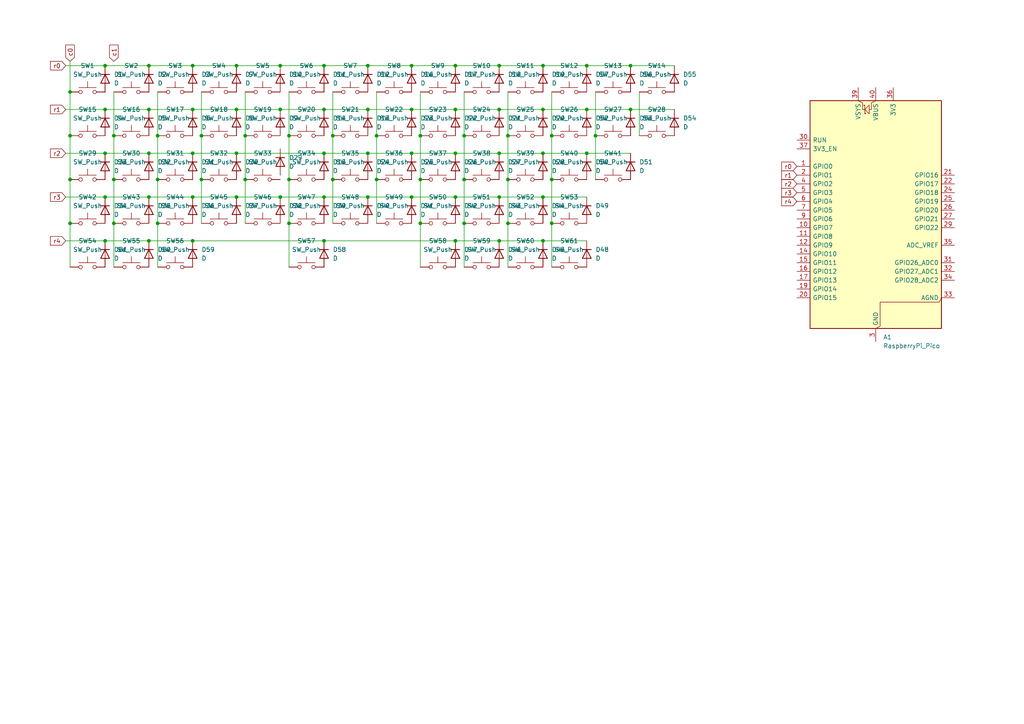
<source format=kicad_sch>
(kicad_sch (version 20250114) (generator "eeschema") (generator_version "9.0")
  (paper "A4")
  (lib_symbols
    (symbol "Device:D" (pin_numbers (hide yes)) (pin_names (offset 1.016) (hide yes))
      (property "Reference" "D" (at 0 2.54 0))
      (property "Value" "D" (at 0 -2.54 0))
      (symbol "D_0_1"
        (polyline (pts (xy -1.27 1.27) (xy -1.27 -1.27)) (stroke (width 0.254)))
        (polyline (pts (xy 1.27 1.27) (xy 1.27 -1.27) (xy -1.27 0) (xy 1.27 1.27)) (stroke (width 0.254)))
        (polyline (pts (xy 1.27 0) (xy -1.27 0)))
      )
      (symbol "D_1_1"
        (pin passive line (at -3.81 0 0) (length 2.54) (name "K") (number "1"))
        (pin passive line (at 3.81 0 180) (length 2.54) (name "A") (number "2"))
      )
    )
    (symbol "MCU_Module:RaspberryPi_Pico" (pin_names (offset 0.762))
      (property "Reference" "A" (at -19.05 35.56 0))
      (property "Value" "RaspberryPi_Pico" (at 7.62 35.56 0))
      (symbol "RaspberryPi_Pico_0_1"
        (rectangle (start -19.05 34.29) (end 19.05 -31.75) (stroke (width 0.254)) (fill (type background)))
        (polyline (pts (xy -5.08 34.29) (xy -3.81 33.655) (xy -3.81 31.75) (xy -3.175 31.75)))
        (polyline (pts (xy -3.429 32.766) (xy -3.429 33.02) (xy -3.175 33.02) (xy -3.175 30.48) (xy -2.921 30.48) (xy -2.921 30.734)))
        (polyline (pts (xy -3.175 31.75) (xy -1.905 33.02) (xy -1.905 30.48) (xy -3.175 31.75)))
        (polyline (pts (xy 0 34.29) (xy -1.27 33.655) (xy -1.27 31.75) (xy -1.905 31.75)))
        (polyline (pts (xy 0 -31.75) (xy 1.27 -31.115) (xy 1.27 -24.13) (xy 18.415 -24.13) (xy 19.05 -22.86)))
      )
      (symbol "RaspberryPi_Pico_1_1"
        (pin passive line (at -22.86 22.86 0) (length 3.81) (name "RUN") (number "30"))
        (pin passive line (at -22.86 20.32 0) (length 3.81) (name "3V3_EN") (number "37"))
        (pin bidirectional line (at -22.86 15.24 0) (length 3.81) (name "GPIO0") (number "1"))
        (pin bidirectional line (at -22.86 12.7 0) (length 3.81) (name "GPIO1") (number "2"))
        (pin bidirectional line (at -22.86 10.16 0) (length 3.81) (name "GPIO2") (number "4"))
        (pin bidirectional line (at -22.86 7.62 0) (length 3.81) (name "GPIO3") (number "5"))
        (pin bidirectional line (at -22.86 5.08 0) (length 3.81) (name "GPIO4") (number "6"))
        (pin bidirectional line (at -22.86 2.54 0) (length 3.81) (name "GPIO5") (number "7"))
        (pin bidirectional line (at -22.86 0 0) (length 3.81) (name "GPIO6") (number "9"))
        (pin bidirectional line (at -22.86 -2.54 0) (length 3.81) (name "GPIO7") (number "10"))
        (pin bidirectional line (at -22.86 -5.08 0) (length 3.81) (name "GPIO8") (number "11"))
        (pin bidirectional line (at -22.86 -7.62 0) (length 3.81) (name "GPIO9") (number "12"))
        (pin bidirectional line (at -22.86 -10.16 0) (length 3.81) (name "GPIO10") (number "14"))
        (pin bidirectional line (at -22.86 -12.7 0) (length 3.81) (name "GPIO11") (number "15"))
        (pin bidirectional line (at -22.86 -15.24 0) (length 3.81) (name "GPIO12") (number "16"))
        (pin bidirectional line (at -22.86 -17.78 0) (length 3.81) (name "GPIO13") (number "17"))
        (pin bidirectional line (at -22.86 -20.32 0) (length 3.81) (name "GPIO14") (number "19"))
        (pin bidirectional line (at -22.86 -22.86 0) (length 3.81) (name "GPIO15") (number "20"))
        (pin power_in line (at -5.08 38.1 270) (length 3.81) (name "VSYS") (number "39"))
        (pin power_out line (at 0 38.1 270) (length 3.81) (name "VBUS") (number "40"))
        (pin passive line (at 0 -35.56 90) (length 3.81) (hide yes) (name "GND") (number "13"))
        (pin passive line (at 0 -35.56 90) (length 3.81) (hide yes) (name "GND") (number "18"))
        (pin passive line (at 0 -35.56 90) (length 3.81) (hide yes) (name "GND") (number "23"))
        (pin passive line (at 0 -35.56 90) (length 3.81) (hide yes) (name "GND") (number "28"))
        (pin power_out line (at 0 -35.56 90) (length 3.81) (name "GND") (number "3"))
        (pin passive line (at 0 -35.56 90) (length 3.81) (hide yes) (name "GND") (number "38"))
        (pin passive line (at 0 -35.56 90) (length 3.81) (hide yes) (name "GND") (number "8"))
        (pin power_out line (at 5.08 38.1 270) (length 3.81) (name "3V3") (number "36"))
        (pin bidirectional line (at 22.86 12.7 180) (length 3.81) (name "GPIO16") (number "21"))
        (pin bidirectional line (at 22.86 10.16 180) (length 3.81) (name "GPIO17") (number "22"))
        (pin bidirectional line (at 22.86 7.62 180) (length 3.81) (name "GPIO18") (number "24"))
        (pin bidirectional line (at 22.86 5.08 180) (length 3.81) (name "GPIO19") (number "25"))
        (pin bidirectional line (at 22.86 2.54 180) (length 3.81) (name "GPIO20") (number "26"))
        (pin bidirectional line (at 22.86 0 180) (length 3.81) (name "GPIO21") (number "27"))
        (pin bidirectional line (at 22.86 -2.54 180) (length 3.81) (name "GPIO22") (number "29"))
        (pin power_in line (at 22.86 -7.62 180) (length 3.81) (name "ADC_VREF") (number "35"))
        (pin bidirectional line (at 22.86 -12.7 180) (length 3.81) (name "GPIO26_ADC0") (number "31"))
        (pin bidirectional line (at 22.86 -15.24 180) (length 3.81) (name "GPIO27_ADC1") (number "32"))
        (pin bidirectional line (at 22.86 -17.78 180) (length 3.81) (name "GPIO28_ADC2") (number "34"))
        (pin power_out line (at 22.86 -22.86 180) (length 3.81) (name "AGND") (number "33"))
      )
    )
    (symbol "Switch:SW_Push" (pin_numbers (hide yes)) (pin_names (offset 1.016) (hide yes))
      (property "Reference" "SW" (at 1.27 2.54 0))
      (property "Value" "SW_Push" (at 0 -1.524 0))
      (symbol "SW_Push_0_1"
        (circle (center -2.032 0) (radius 0.508))
        (polyline (pts (xy 0 1.27) (xy 0 3.048)))
        (circle (center 2.032 0) (radius 0.508))
        (polyline (pts (xy 2.54 1.27) (xy -2.54 1.27)))
        (pin passive line (at -5.08 0 0) (length 2.54) (name "1") (number "1"))
        (pin passive line (at 5.08 0 180) (length 2.54) (name "2") (number "2"))
      )
    )
  )
  (junction (at 55.88 69.85))
  (junction (at 157.48 19.05))
  (junction (at 157.48 31.75))
  (junction (at 121.92 39.37))
  (junction (at 43.18 31.75))
  (junction (at 55.88 19.05))
  (junction (at 81.28 19.05))
  (junction (at 160.02 52.07))
  (junction (at 43.18 44.45))
  (junction (at 147.32 52.07))
  (junction (at 33.02 52.07))
  (junction (at 106.68 57.15))
  (junction (at 58.42 39.37))
  (junction (at 43.18 19.05))
  (junction (at 81.28 31.75))
  (junction (at 160.02 39.37))
  (junction (at 83.82 64.77))
  (junction (at 157.48 57.15))
  (junction (at 170.18 31.75))
  (junction (at 106.68 31.75))
  (junction (at 106.68 44.45))
  (junction (at 93.98 44.45))
  (junction (at 55.88 31.75))
  (junction (at 170.18 19.05))
  (junction (at 93.98 57.15))
  (junction (at 132.08 44.45))
  (junction (at 119.38 57.15))
  (junction (at 96.52 52.07))
  (junction (at 20.32 52.07))
  (junction (at 71.12 39.37))
  (junction (at 144.78 44.45))
  (junction (at 147.32 64.77))
  (junction (at 160.02 64.77))
  (junction (at 33.02 39.37))
  (junction (at 121.92 52.07))
  (junction (at 157.48 69.85))
  (junction (at 96.52 39.37))
  (junction (at 170.18 44.45))
  (junction (at 132.08 31.75))
  (junction (at 172.72 39.37))
  (junction (at 132.08 19.05))
  (junction (at 121.92 64.77))
  (junction (at 157.48 44.45))
  (junction (at 182.88 31.75))
  (junction (at 119.38 31.75))
  (junction (at 30.48 57.15))
  (junction (at 106.68 19.05))
  (junction (at 30.48 31.75))
  (junction (at 109.22 39.37))
  (junction (at 93.98 19.05))
  (junction (at 144.78 31.75))
  (junction (at 119.38 19.05))
  (junction (at 43.18 69.85))
  (junction (at 147.32 39.37))
  (junction (at 132.08 69.85))
  (junction (at 134.62 39.37))
  (junction (at 68.58 44.45))
  (junction (at 45.72 64.77))
  (junction (at 58.42 52.07))
  (junction (at 68.58 57.15))
  (junction (at 93.98 69.85))
  (junction (at 33.02 64.77))
  (junction (at 43.18 57.15))
  (junction (at 68.58 19.05))
  (junction (at 68.58 31.75))
  (junction (at 55.88 44.45))
  (junction (at 30.48 69.85))
  (junction (at 83.82 39.37))
  (junction (at 93.98 31.75))
  (junction (at 144.78 69.85))
  (junction (at 45.72 39.37))
  (junction (at 109.22 52.07))
  (junction (at 132.08 57.15))
  (junction (at 55.88 57.15))
  (junction (at 45.72 52.07))
  (junction (at 81.28 57.15))
  (junction (at 30.48 44.45))
  (junction (at 144.78 19.05))
  (junction (at 83.82 52.07))
  (junction (at 71.12 52.07))
  (junction (at 20.32 39.37))
  (junction (at 20.32 26.67))
  (junction (at 20.32 64.77))
  (junction (at 144.78 57.15))
  (junction (at 134.62 52.07))
  (junction (at 30.48 19.05))
  (junction (at 134.62 64.77))
  (junction (at 119.38 44.45))
  (junction (at 182.88 19.05))
  (wire (pts (xy 93.98 69.85) (xy 132.08 69.85)))
  (wire (pts (xy 109.22 39.37) (xy 109.22 52.07)))
  (wire (pts (xy 81.28 57.15) (xy 93.98 57.15)))
  (wire (pts (xy 134.62 39.37) (xy 134.62 52.07)))
  (wire (pts (xy 182.88 19.05) (xy 195.58 19.05)))
  (wire (pts (xy 68.58 57.15) (xy 81.28 57.15)))
  (wire (pts (xy 30.48 57.15) (xy 43.18 57.15)))
  (wire (pts (xy 96.52 52.07) (xy 96.52 64.77)))
  (wire (pts (xy 106.68 44.45) (xy 119.38 44.45)))
  (wire (pts (xy 43.18 69.85) (xy 55.88 69.85)))
  (wire (pts (xy 55.88 44.45) (xy 68.58 44.45)))
  (wire (pts (xy 160.02 26.67) (xy 160.02 39.37)))
  (wire (pts (xy 106.68 57.15) (xy 119.38 57.15)))
  (wire (pts (xy 157.48 69.85) (xy 170.18 69.85)))
  (wire (pts (xy 83.82 39.37) (xy 83.82 52.07)))
  (wire (pts (xy 109.22 26.67) (xy 109.22 39.37)))
  (wire (pts (xy 30.48 44.45) (xy 43.18 44.45)))
  (wire (pts (xy 121.92 26.67) (xy 121.92 39.37)))
  (wire (pts (xy 157.48 19.05) (xy 170.18 19.05)))
  (wire (pts (xy 144.78 44.45) (xy 157.48 44.45)))
  (wire (pts (xy 71.12 39.37) (xy 71.12 52.07)))
  (wire (pts (xy 147.32 52.07) (xy 147.32 64.77)))
  (wire (pts (xy 119.38 44.45) (xy 132.08 44.45)))
  (wire (pts (xy 68.58 44.45) (xy 93.98 44.45)))
  (wire (pts (xy 185.42 26.67) (xy 185.42 39.37)))
  (wire (pts (xy 33.02 64.77) (xy 33.02 77.47)))
  (wire (pts (xy 55.88 57.15) (xy 68.58 57.15)))
  (wire (pts (xy 132.08 19.05) (xy 144.78 19.05)))
  (wire (pts (xy 55.88 69.85) (xy 93.98 69.85)))
  (wire (pts (xy 71.12 26.67) (xy 71.12 39.37)))
  (wire (pts (xy 43.18 57.15) (xy 55.88 57.15)))
  (wire (pts (xy 33.02 52.07) (xy 33.02 64.77)))
  (wire (pts (xy 160.02 39.37) (xy 160.02 52.07)))
  (wire (pts (xy 93.98 57.15) (xy 106.68 57.15)))
  (wire (pts (xy 170.18 19.05) (xy 182.88 19.05)))
  (wire (pts (xy 68.58 19.05) (xy 81.28 19.05)))
  (wire (pts (xy 172.72 26.67) (xy 172.72 39.37)))
  (wire (pts (xy 83.82 52.07) (xy 83.82 64.77)))
  (wire (pts (xy 147.32 26.67) (xy 147.32 39.37)))
  (wire (pts (xy 43.18 31.75) (xy 55.88 31.75)))
  (wire (pts (xy 45.72 52.07) (xy 45.72 64.77)))
  (wire (pts (xy 96.52 39.37) (xy 96.52 52.07)))
  (wire (pts (xy 134.62 26.67) (xy 134.62 39.37)))
  (wire (pts (xy 19.05 19.05) (xy 30.48 19.05)))
  (wire (pts (xy 147.32 64.77) (xy 147.32 77.47)))
  (wire (pts (xy 182.88 31.75) (xy 195.58 31.75)))
  (wire (pts (xy 134.62 52.07) (xy 134.62 64.77)))
  (wire (pts (xy 106.68 19.05) (xy 119.38 19.05)))
  (wire (pts (xy 170.18 44.45) (xy 182.88 44.45)))
  (wire (pts (xy 58.42 52.07) (xy 58.42 64.77)))
  (wire (pts (xy 33.02 26.67) (xy 33.02 39.37)))
  (wire (pts (xy 96.52 26.67) (xy 96.52 39.37)))
  (wire (pts (xy 45.72 39.37) (xy 45.72 52.07)))
  (wire (pts (xy 93.98 44.45) (xy 106.68 44.45)))
  (wire (pts (xy 93.98 31.75) (xy 106.68 31.75)))
  (wire (pts (xy 93.98 19.05) (xy 106.68 19.05)))
  (wire (pts (xy 45.72 64.77) (xy 45.72 77.47)))
  (wire (pts (xy 83.82 64.77) (xy 83.82 77.47)))
  (wire (pts (xy 20.32 39.37) (xy 20.32 52.07)))
  (wire (pts (xy 19.05 57.15) (xy 30.48 57.15)))
  (wire (pts (xy 144.78 57.15) (xy 157.48 57.15)))
  (wire (pts (xy 119.38 31.75) (xy 132.08 31.75)))
  (wire (pts (xy 58.42 39.37) (xy 58.42 52.07)))
  (wire (pts (xy 157.48 31.75) (xy 170.18 31.75)))
  (wire (pts (xy 109.22 52.07) (xy 109.22 64.77)))
  (wire (pts (xy 81.28 19.05) (xy 93.98 19.05)))
  (wire (pts (xy 20.32 26.67) (xy 20.32 39.37)))
  (wire (pts (xy 157.48 57.15) (xy 170.18 57.15)))
  (wire (pts (xy 119.38 57.15) (xy 132.08 57.15)))
  (wire (pts (xy 147.32 39.37) (xy 147.32 52.07)))
  (wire (pts (xy 121.92 52.07) (xy 121.92 64.77)))
  (wire (pts (xy 119.38 19.05) (xy 132.08 19.05)))
  (wire (pts (xy 30.48 31.75) (xy 43.18 31.75)))
  (wire (pts (xy 144.78 31.75) (xy 157.48 31.75)))
  (wire (pts (xy 58.42 26.67) (xy 58.42 39.37)))
  (wire (pts (xy 30.48 69.85) (xy 43.18 69.85)))
  (wire (pts (xy 19.05 69.85) (xy 30.48 69.85)))
  (wire (pts (xy 55.88 19.05) (xy 68.58 19.05)))
  (wire (pts (xy 160.02 52.07) (xy 160.02 64.77)))
  (wire (pts (xy 121.92 64.77) (xy 121.92 77.47)))
  (wire (pts (xy 157.48 44.45) (xy 170.18 44.45)))
  (wire (pts (xy 121.92 39.37) (xy 121.92 52.07)))
  (wire (pts (xy 33.02 39.37) (xy 33.02 52.07)))
  (wire (pts (xy 172.72 39.37) (xy 172.72 52.07)))
  (wire (pts (xy 132.08 31.75) (xy 144.78 31.75)))
  (wire (pts (xy 71.12 52.07) (xy 71.12 64.77)))
  (wire (pts (xy 106.68 31.75) (xy 119.38 31.75)))
  (wire (pts (xy 20.32 64.77) (xy 20.32 77.47)))
  (wire (pts (xy 45.72 26.67) (xy 45.72 39.37)))
  (wire (pts (xy 83.82 26.67) (xy 83.82 39.37)))
  (wire (pts (xy 55.88 31.75) (xy 68.58 31.75)))
  (wire (pts (xy 19.05 44.45) (xy 30.48 44.45)))
  (wire (pts (xy 43.18 19.05) (xy 55.88 19.05)))
  (wire (pts (xy 132.08 57.15) (xy 144.78 57.15)))
  (wire (pts (xy 20.32 52.07) (xy 20.32 64.77)))
  (wire (pts (xy 43.18 44.45) (xy 55.88 44.45)))
  (wire (pts (xy 170.18 31.75) (xy 182.88 31.75)))
  (wire (pts (xy 160.02 64.77) (xy 160.02 77.47)))
  (wire (pts (xy 30.48 19.05) (xy 43.18 19.05)))
  (wire (pts (xy 144.78 69.85) (xy 157.48 69.85)))
  (wire (pts (xy 81.28 31.75) (xy 93.98 31.75)))
  (wire (pts (xy 20.32 17.78) (xy 20.32 26.67)))
  (wire (pts (xy 132.08 69.85) (xy 144.78 69.85)))
  (wire (pts (xy 144.78 19.05) (xy 157.48 19.05)))
  (wire (pts (xy 19.05 31.75) (xy 30.48 31.75)))
  (wire (pts (xy 68.58 31.75) (xy 81.28 31.75)))
  (wire (pts (xy 134.62 64.77) (xy 134.62 77.47)))
  (wire (pts (xy 132.08 44.45) (xy 144.78 44.45)))
  (global_label "r1" (shape input) (at 231.14 50.8 180) (property "Intersheetrefs" "${INTERSHEET_REFS}" (effects (hide yes))))
  (global_label "r2" (shape input) (at 231.14 53.34 180) (property "Intersheetrefs" "${INTERSHEET_REFS}" (effects (hide yes))))
  (global_label "c1" (shape input) (at 33.02 17.78 90) (property "Intersheetrefs" "${INTERSHEET_REFS}" (effects (hide yes))))
  (global_label "r4" (shape input) (at 231.14 58.42 180) (property "Intersheetrefs" "${INTERSHEET_REFS}" (effects (hide yes))))
  (global_label "r2" (shape input) (at 19.05 44.45 180) (property "Intersheetrefs" "${INTERSHEET_REFS}" (effects (hide yes))))
  (global_label "r1" (shape input) (at 19.05 31.75 180) (property "Intersheetrefs" "${INTERSHEET_REFS}" (effects (hide yes))))
  (global_label "r3" (shape input) (at 231.14 55.88 180) (property "Intersheetrefs" "${INTERSHEET_REFS}" (effects (hide yes))))
  (global_label "r3" (shape input) (at 19.05 57.15 180) (property "Intersheetrefs" "${INTERSHEET_REFS}" (effects (hide yes))))
  (global_label "r0" (shape input) (at 231.14 48.26 180) (property "Intersheetrefs" "${INTERSHEET_REFS}" (effects (hide yes))))
  (global_label "r4" (shape input) (at 19.05 69.85 180) (property "Intersheetrefs" "${INTERSHEET_REFS}" (effects (hide yes))))
  (global_label "c0" (shape input) (at 20.32 17.78 90) (property "Intersheetrefs" "${INTERSHEET_REFS}" (effects (hide yes))))
  (global_label "r0" (shape input) (at 19.05 19.05 180) (property "Intersheetrefs" "${INTERSHEET_REFS}" (effects (hide yes))))
  (symbol (lib_id "Device:D") (at 43.18 35.56 270) (unit 1)
    (property "Reference" "D5" (at 45.72 34.2899 90) (effects (justify left)))
    (property "Value" "D" (at 45.72 36.8299 90) (effects (justify left)))
    (property "Description" "Diode" (effects (hide yes)))
    (property "Sim.Device" "D" (effects (hide yes)))
    (property "Sim.Pins" "1=K 2=A" (effects (hide yes)))
  )
  (symbol (lib_id "Switch:SW_Push") (at 88.9 39.37 0) (unit 1)
    (property "Reference" "SW20" (at 88.9 31.75 0))
    (property "Value" "SW_Push" (at 88.9 34.29 0))
    (property "Description" "Push button switch, generic, two pins" (effects (hide yes)))
  )
  (symbol (lib_id "Switch:SW_Push") (at 38.1 26.67 0) (unit 1)
    (property "Reference" "SW2" (at 38.1 19.05 0))
    (property "Value" "SW_Push" (at 38.1 21.59 0))
    (property "Description" "Push button switch, generic, two pins" (effects (hide yes)))
  )
  (symbol (lib_id "Device:D") (at 55.88 35.56 270) (unit 1)
    (property "Reference" "D6" (at 58.42 34.2899 90) (effects (justify left)))
    (property "Value" "D" (at 58.42 36.8299 90) (effects (justify left)))
    (property "Description" "Diode" (effects (hide yes)))
    (property "Sim.Device" "D" (effects (hide yes)))
    (property "Sim.Pins" "1=K 2=A" (effects (hide yes)))
  )
  (symbol (lib_id "Device:D") (at 68.58 22.86 270) (unit 1)
    (property "Reference" "D7" (at 71.12 21.5899 90) (effects (justify left)))
    (property "Value" "D" (at 71.12 24.1299 90) (effects (justify left)))
    (property "Description" "Diode" (effects (hide yes)))
    (property "Sim.Device" "D" (effects (hide yes)))
    (property "Sim.Pins" "1=K 2=A" (effects (hide yes)))
  )
  (symbol (lib_id "Switch:SW_Push") (at 101.6 64.77 0) (unit 1)
    (property "Reference" "SW48" (at 101.6 57.15 0))
    (property "Value" "SW_Push" (at 101.6 59.69 0))
    (property "Description" "Push button switch, generic, two pins" (effects (hide yes)))
  )
  (symbol (lib_id "Switch:SW_Push") (at 101.6 26.67 0) (unit 1)
    (property "Reference" "SW7" (at 101.6 19.05 0))
    (property "Value" "SW_Push" (at 101.6 21.59 0))
    (property "Description" "Push button switch, generic, two pins" (effects (hide yes)))
  )
  (symbol (lib_id "MCU_Module:RaspberryPi_Pico") (at 254 63.5 0) (unit 1)
    (property "Reference" "A1" (at 256.1433 97.79 0) (effects (justify left)))
    (property "Value" "RaspberryPi_Pico" (at 256.1433 100.33 0) (effects (justify left)))
    (property "Footprint" "Module:RaspberryPi_Pico_Common_Unspecified" (effects (hide yes)))
    (property "Datasheet" "https://datasheets.raspberrypi.com/pico/pico-datasheet.pdf" (effects (hide yes)))
    (property "Description" "Versatile and inexpensive microcontroller module powered by RP2040 dual-core Arm Cortex-M0+ processor up to 133 MHz, 264kB SRAM, 2MB QSPI flash; also supports Raspberry Pi Pico 2" (effects (hide yes)))
  )
  (symbol (lib_id "Switch:SW_Push") (at 152.4 64.77 0) (unit 1)
    (property "Reference" "SW52" (at 152.4 57.15 0))
    (property "Value" "SW_Push" (at 152.4 59.69 0))
    (property "Description" "Push button switch, generic, two pins" (effects (hide yes)))
  )
  (symbol (lib_id "Device:D") (at 43.18 22.86 270) (unit 1)
    (property "Reference" "D2" (at 45.72 21.5899 90) (effects (justify left)))
    (property "Value" "D" (at 45.72 24.1299 90) (effects (justify left)))
    (property "Description" "Diode" (effects (hide yes)))
    (property "Sim.Device" "D" (effects (hide yes)))
    (property "Sim.Pins" "1=K 2=A" (effects (hide yes)))
  )
  (symbol (lib_id "Switch:SW_Push") (at 88.9 64.77 0) (unit 1)
    (property "Reference" "SW47" (at 88.9 57.15 0))
    (property "Value" "SW_Push" (at 88.9 59.69 0))
    (property "Description" "Push button switch, generic, two pins" (effects (hide yes)))
  )
  (symbol (lib_id "Device:D") (at 93.98 60.96 270) (unit 1)
    (property "Reference" "D39" (at 96.52 59.6899 90) (effects (justify left)))
    (property "Value" "D" (at 96.52 62.2299 90) (effects (justify left)))
    (property "Description" "Diode" (effects (hide yes)))
    (property "Sim.Device" "D" (effects (hide yes)))
    (property "Sim.Pins" "1=K 2=A" (effects (hide yes)))
  )
  (symbol (lib_id "Switch:SW_Push") (at 50.8 64.77 0) (unit 1)
    (property "Reference" "SW44" (at 50.8 57.15 0))
    (property "Value" "SW_Push" (at 50.8 59.69 0))
    (property "Description" "Push button switch, generic, two pins" (effects (hide yes)))
  )
  (symbol (lib_id "Device:D") (at 93.98 22.86 270) (unit 1)
    (property "Reference" "D11" (at 96.52 21.5899 90) (effects (justify left)))
    (property "Value" "D" (at 96.52 24.1299 90) (effects (justify left)))
    (property "Description" "Diode" (effects (hide yes)))
    (property "Sim.Device" "D" (effects (hide yes)))
    (property "Sim.Pins" "1=K 2=A" (effects (hide yes)))
  )
  (symbol (lib_id "Device:D") (at 30.48 60.96 270) (unit 1)
    (property "Reference" "D34" (at 33.02 59.6899 90) (effects (justify left)))
    (property "Value" "D" (at 33.02 62.2299 90) (effects (justify left)))
    (property "Description" "Diode" (effects (hide yes)))
    (property "Sim.Device" "D" (effects (hide yes)))
    (property "Sim.Pins" "1=K 2=A" (effects (hide yes)))
  )
  (symbol (lib_id "Device:D") (at 43.18 73.66 270) (unit 1)
    (property "Reference" "D60" (at 45.72 72.3899 90) (effects (justify left)))
    (property "Value" "D" (at 45.72 74.9299 90) (effects (justify left)))
    (property "Description" "Diode" (effects (hide yes)))
    (property "Sim.Device" "D" (effects (hide yes)))
    (property "Sim.Pins" "1=K 2=A" (effects (hide yes)))
  )
  (symbol (lib_id "Switch:SW_Push") (at 165.1 64.77 0) (unit 1)
    (property "Reference" "SW53" (at 165.1 57.15 0))
    (property "Value" "SW_Push" (at 165.1 59.69 0))
    (property "Description" "Push button switch, generic, two pins" (effects (hide yes)))
  )
  (symbol (lib_id "Switch:SW_Push") (at 25.4 77.47 0) (unit 1)
    (property "Reference" "SW54" (at 25.4 69.85 0))
    (property "Value" "SW_Push" (at 25.4 72.39 0))
    (property "Description" "Push button switch, generic, two pins" (effects (hide yes)))
  )
  (symbol (lib_id "Device:D") (at 144.78 60.96 270) (unit 1)
    (property "Reference" "D43" (at 147.32 59.6899 90) (effects (justify left)))
    (property "Value" "D" (at 147.32 62.2299 90) (effects (justify left)))
    (property "Description" "Diode" (effects (hide yes)))
    (property "Sim.Device" "D" (effects (hide yes)))
    (property "Sim.Pins" "1=K 2=A" (effects (hide yes)))
  )
  (symbol (lib_id "Switch:SW_Push") (at 152.4 39.37 0) (unit 1)
    (property "Reference" "SW25" (at 152.4 31.75 0))
    (property "Value" "SW_Push" (at 152.4 34.29 0))
    (property "Description" "Push button switch, generic, two pins" (effects (hide yes)))
  )
  (symbol (lib_id "Device:D") (at 55.88 73.66 270) (unit 1)
    (property "Reference" "D59" (at 58.42 72.3899 90) (effects (justify left)))
    (property "Value" "D" (at 58.42 74.9299 90) (effects (justify left)))
    (property "Description" "Diode" (effects (hide yes)))
    (property "Sim.Device" "D" (effects (hide yes)))
    (property "Sim.Pins" "1=K 2=A" (effects (hide yes)))
  )
  (symbol (lib_id "Device:D") (at 144.78 35.56 270) (unit 1)
    (property "Reference" "D21" (at 147.32 34.2899 90) (effects (justify left)))
    (property "Value" "D" (at 147.32 36.8299 90) (effects (justify left)))
    (property "Description" "Diode" (effects (hide yes)))
    (property "Sim.Device" "D" (effects (hide yes)))
    (property "Sim.Pins" "1=K 2=A" (effects (hide yes)))
  )
  (symbol (lib_id "Switch:SW_Push") (at 114.3 39.37 0) (unit 1)
    (property "Reference" "SW22" (at 114.3 31.75 0))
    (property "Value" "SW_Push" (at 114.3 34.29 0))
    (property "Description" "Push button switch, generic, two pins" (effects (hide yes)))
  )
  (symbol (lib_id "Switch:SW_Push") (at 88.9 77.47 0) (unit 1)
    (property "Reference" "SW57" (at 88.9 69.85 0))
    (property "Value" "SW_Push" (at 88.9 72.39 0))
    (property "Description" "Push button switch, generic, two pins" (effects (hide yes)))
  )
  (symbol (lib_id "Switch:SW_Push") (at 177.8 39.37 0) (unit 1)
    (property "Reference" "SW27" (at 177.8 31.75 0))
    (property "Value" "SW_Push" (at 177.8 34.29 0))
    (property "Description" "Push button switch, generic, two pins" (effects (hide yes)))
  )
  (symbol (lib_id "Switch:SW_Push") (at 50.8 39.37 0) (unit 1)
    (property "Reference" "SW17" (at 50.8 31.75 0))
    (property "Value" "SW_Push" (at 50.8 34.29 0))
    (property "Description" "Push button switch, generic, two pins" (effects (hide yes)))
  )
  (symbol (lib_id "Device:D") (at 144.78 48.26 270) (unit 1)
    (property "Reference" "D27" (at 147.32 46.9899 90) (effects (justify left)))
    (property "Value" "D" (at 147.32 49.5299 90) (effects (justify left)))
    (property "Description" "Diode" (effects (hide yes)))
    (property "Sim.Device" "D" (effects (hide yes)))
    (property "Sim.Pins" "1=K 2=A" (effects (hide yes)))
  )
  (symbol (lib_id "Device:D") (at 119.38 60.96 270) (unit 1)
    (property "Reference" "D41" (at 121.92 59.6899 90) (effects (justify left)))
    (property "Value" "D" (at 121.92 62.2299 90) (effects (justify left)))
    (property "Description" "Diode" (effects (hide yes)))
    (property "Sim.Device" "D" (effects (hide yes)))
    (property "Sim.Pins" "1=K 2=A" (effects (hide yes)))
  )
  (symbol (lib_id "Device:D") (at 106.68 60.96 270) (unit 1)
    (property "Reference" "D40" (at 109.22 59.6899 90) (effects (justify left)))
    (property "Value" "D" (at 109.22 62.2299 90) (effects (justify left)))
    (property "Description" "Diode" (effects (hide yes)))
    (property "Sim.Device" "D" (effects (hide yes)))
    (property "Sim.Pins" "1=K 2=A" (effects (hide yes)))
  )
  (symbol (lib_id "Switch:SW_Push") (at 88.9 26.67 0) (unit 1)
    (property "Reference" "SW6" (at 88.9 19.05 0))
    (property "Value" "SW_Push" (at 88.9 21.59 0))
    (property "Description" "Push button switch, generic, two pins" (effects (hide yes)))
  )
  (symbol (lib_id "Device:D") (at 81.28 60.96 270) (unit 1)
    (property "Reference" "D38" (at 83.82 59.6899 90) (effects (justify left)))
    (property "Value" "D" (at 83.82 62.2299 90) (effects (justify left)))
    (property "Description" "Diode" (effects (hide yes)))
    (property "Sim.Device" "D" (effects (hide yes)))
    (property "Sim.Pins" "1=K 2=A" (effects (hide yes)))
  )
  (symbol (lib_id "Device:D") (at 81.28 46.99 270) (unit 1)
    (property "Reference" "D29" (at 83.82 45.7199 90) (effects (justify left)))
    (property "Value" "D" (at 83.82 48.2599 90) (effects (justify left)))
    (property "Description" "Diode" (effects (hide yes)))
    (property "Sim.Device" "D" (effects (hide yes)))
    (property "Sim.Pins" "1=K 2=A" (effects (hide yes)))
  )
  (symbol (lib_id "Switch:SW_Push") (at 38.1 52.07 0) (unit 1)
    (property "Reference" "SW30" (at 38.1 44.45 0))
    (property "Value" "SW_Push" (at 38.1 46.99 0))
    (property "Description" "Push button switch, generic, two pins" (effects (hide yes)))
  )
  (symbol (lib_id "Device:D") (at 30.48 73.66 270) (unit 1)
    (property "Reference" "D61" (at 33.02 72.3899 90) (effects (justify left)))
    (property "Value" "D" (at 33.02 74.9299 90) (effects (justify left)))
    (property "Description" "Diode" (effects (hide yes)))
    (property "Sim.Device" "D" (effects (hide yes)))
    (property "Sim.Pins" "1=K 2=A" (effects (hide yes)))
  )
  (symbol (lib_id "Device:D") (at 182.88 48.26 270) (unit 1)
    (property "Reference" "D51" (at 185.42 46.9899 90) (effects (justify left)))
    (property "Value" "D" (at 185.42 49.5299 90) (effects (justify left)))
    (property "Description" "Diode" (effects (hide yes)))
    (property "Sim.Device" "D" (effects (hide yes)))
    (property "Sim.Pins" "1=K 2=A" (effects (hide yes)))
  )
  (symbol (lib_id "Device:D") (at 144.78 73.66 270) (unit 1)
    (property "Reference" "D46" (at 147.32 72.3899 90) (effects (justify left)))
    (property "Value" "D" (at 147.32 74.9299 90) (effects (justify left)))
    (property "Description" "Diode" (effects (hide yes)))
    (property "Sim.Device" "D" (effects (hide yes)))
    (property "Sim.Pins" "1=K 2=A" (effects (hide yes)))
  )
  (symbol (lib_id "Device:D") (at 119.38 35.56 270) (unit 1)
    (property "Reference" "D23" (at 121.92 34.2899 90) (effects (justify left)))
    (property "Value" "D" (at 121.92 36.8299 90) (effects (justify left)))
    (property "Description" "Diode" (effects (hide yes)))
    (property "Sim.Device" "D" (effects (hide yes)))
    (property "Sim.Pins" "1=K 2=A" (effects (hide yes)))
  )
  (symbol (lib_id "Switch:SW_Push") (at 139.7 26.67 0) (unit 1)
    (property "Reference" "SW10" (at 139.7 19.05 0))
    (property "Value" "SW_Push" (at 139.7 21.59 0))
    (property "Description" "Push button switch, generic, two pins" (effects (hide yes)))
  )
  (symbol (lib_id "Switch:SW_Push") (at 127 52.07 0) (unit 1)
    (property "Reference" "SW37" (at 127 44.45 0))
    (property "Value" "SW_Push" (at 127 46.99 0))
    (property "Description" "Push button switch, generic, two pins" (effects (hide yes)))
  )
  (symbol (lib_id "Device:D") (at 119.38 48.26 270) (unit 1)
    (property "Reference" "D25" (at 121.92 46.9899 90) (effects (justify left)))
    (property "Value" "D" (at 121.92 49.5299 90) (effects (justify left)))
    (property "Description" "Diode" (effects (hide yes)))
    (property "Sim.Device" "D" (effects (hide yes)))
    (property "Sim.Pins" "1=K 2=A" (effects (hide yes)))
  )
  (symbol (lib_id "Device:D") (at 30.48 35.56 270) (unit 1)
    (property "Reference" "D4" (at 33.02 34.2899 90) (effects (justify left)))
    (property "Value" "D" (at 33.02 36.8299 90) (effects (justify left)))
    (property "Description" "Diode" (effects (hide yes)))
    (property "Sim.Device" "D" (effects (hide yes)))
    (property "Sim.Pins" "1=K 2=A" (effects (hide yes)))
  )
  (symbol (lib_id "Switch:SW_Push") (at 139.7 64.77 0) (unit 1)
    (property "Reference" "SW51" (at 139.7 57.15 0))
    (property "Value" "SW_Push" (at 139.7 59.69 0))
    (property "Description" "Push button switch, generic, two pins" (effects (hide yes)))
  )
  (symbol (lib_id "Device:D") (at 170.18 22.86 270) (unit 1)
    (property "Reference" "D57" (at 172.72 21.5899 90) (effects (justify left)))
    (property "Value" "D" (at 172.72 24.1299 90) (effects (justify left)))
    (property "Description" "Diode" (effects (hide yes)))
    (property "Sim.Device" "D" (effects (hide yes)))
    (property "Sim.Pins" "1=K 2=A" (effects (hide yes)))
  )
  (symbol (lib_id "Switch:SW_Push") (at 152.4 26.67 0) (unit 1)
    (property "Reference" "SW11" (at 152.4 19.05 0))
    (property "Value" "SW_Push" (at 152.4 21.59 0))
    (property "Description" "Push button switch, generic, two pins" (effects (hide yes)))
  )
  (symbol (lib_id "Switch:SW_Push") (at 127 64.77 0) (unit 1)
    (property "Reference" "SW50" (at 127 57.15 0))
    (property "Value" "SW_Push" (at 127 59.69 0))
    (property "Description" "Push button switch, generic, two pins" (effects (hide yes)))
  )
  (symbol (lib_id "Device:D") (at 106.68 22.86 270) (unit 1)
    (property "Reference" "D12" (at 109.22 21.5899 90) (effects (justify left)))
    (property "Value" "D" (at 109.22 24.1299 90) (effects (justify left)))
    (property "Description" "Diode" (effects (hide yes)))
    (property "Sim.Device" "D" (effects (hide yes)))
    (property "Sim.Pins" "1=K 2=A" (effects (hide yes)))
  )
  (symbol (lib_id "Device:D") (at 157.48 60.96 270) (unit 1)
    (property "Reference" "D44" (at 160.02 59.6899 90) (effects (justify left)))
    (property "Value" "D" (at 160.02 62.2299 90) (effects (justify left)))
    (property "Description" "Diode" (effects (hide yes)))
    (property "Sim.Device" "D" (effects (hide yes)))
    (property "Sim.Pins" "1=K 2=A" (effects (hide yes)))
  )
  (symbol (lib_id "Switch:SW_Push") (at 25.4 26.67 0) (unit 1)
    (property "Reference" "SW1" (at 25.4 19.05 0))
    (property "Value" "SW_Push" (at 25.4 21.59 0))
    (property "Description" "Push button switch, generic, two pins" (effects (hide yes)))
  )
  (symbol (lib_id "Switch:SW_Push") (at 63.5 26.67 0) (unit 1)
    (property "Reference" "SW4" (at 63.5 19.05 0))
    (property "Value" "SW_Push" (at 63.5 21.59 0))
    (property "Description" "Push button switch, generic, two pins" (effects (hide yes)))
  )
  (symbol (lib_id "Device:D") (at 170.18 48.26 270) (unit 1)
    (property "Reference" "D50" (at 172.72 46.9899 90) (effects (justify left)))
    (property "Value" "D" (at 172.72 49.5299 90) (effects (justify left)))
    (property "Description" "Diode" (effects (hide yes)))
    (property "Sim.Device" "D" (effects (hide yes)))
    (property "Sim.Pins" "1=K 2=A" (effects (hide yes)))
  )
  (symbol (lib_id "Switch:SW_Push") (at 101.6 52.07 0) (unit 1)
    (property "Reference" "SW35" (at 101.6 44.45 0))
    (property "Value" "SW_Push" (at 101.6 46.99 0))
    (property "Description" "Push button switch, generic, two pins" (effects (hide yes)))
  )
  (symbol (lib_id "Device:D") (at 157.48 73.66 270) (unit 1)
    (property "Reference" "D45" (at 160.02 72.3899 90) (effects (justify left)))
    (property "Value" "D" (at 160.02 74.9299 90) (effects (justify left)))
    (property "Description" "Diode" (effects (hide yes)))
    (property "Sim.Device" "D" (effects (hide yes)))
    (property "Sim.Pins" "1=K 2=A" (effects (hide yes)))
  )
  (symbol (lib_id "Device:D") (at 170.18 73.66 270) (unit 1)
    (property "Reference" "D48" (at 172.72 72.3899 90) (effects (justify left)))
    (property "Value" "D" (at 172.72 74.9299 90) (effects (justify left)))
    (property "Description" "Diode" (effects (hide yes)))
    (property "Sim.Device" "D" (effects (hide yes)))
    (property "Sim.Pins" "1=K 2=A" (effects (hide yes)))
  )
  (symbol (lib_id "Switch:SW_Push") (at 50.8 26.67 0) (unit 1)
    (property "Reference" "SW3" (at 50.8 19.05 0))
    (property "Value" "SW_Push" (at 50.8 21.59 0))
    (property "Description" "Push button switch, generic, two pins" (effects (hide yes)))
  )
  (symbol (lib_id "Switch:SW_Push") (at 38.1 39.37 0) (unit 1)
    (property "Reference" "SW16" (at 38.1 31.75 0))
    (property "Value" "SW_Push" (at 38.1 34.29 0))
    (property "Description" "Push button switch, generic, two pins" (effects (hide yes)))
  )
  (symbol (lib_id "Switch:SW_Push") (at 63.5 64.77 0) (unit 1)
    (property "Reference" "SW45" (at 63.5 57.15 0))
    (property "Value" "SW_Push" (at 63.5 59.69 0))
    (property "Description" "Push button switch, generic, two pins" (effects (hide yes)))
  )
  (symbol (lib_id "Switch:SW_Push") (at 38.1 64.77 0) (unit 1)
    (property "Reference" "SW43" (at 38.1 57.15 0))
    (property "Value" "SW_Push" (at 38.1 59.69 0))
    (property "Description" "Push button switch, generic, two pins" (effects (hide yes)))
  )
  (symbol (lib_id "Device:D") (at 55.88 60.96 270) (unit 1)
    (property "Reference" "D36" (at 58.42 59.6899 90) (effects (justify left)))
    (property "Value" "D" (at 58.42 62.2299 90) (effects (justify left)))
    (property "Description" "Diode" (effects (hide yes)))
    (property "Sim.Device" "D" (effects (hide yes)))
    (property "Sim.Pins" "1=K 2=A" (effects (hide yes)))
  )
  (symbol (lib_id "Device:D") (at 55.88 22.86 270) (unit 1)
    (property "Reference" "D3" (at 58.42 21.5899 90) (effects (justify left)))
    (property "Value" "D" (at 58.42 24.1299 90) (effects (justify left)))
    (property "Description" "Diode" (effects (hide yes)))
    (property "Sim.Device" "D" (effects (hide yes)))
    (property "Sim.Pins" "1=K 2=A" (effects (hide yes)))
  )
  (symbol (lib_id "Switch:SW_Push") (at 38.1 77.47 0) (unit 1)
    (property "Reference" "SW55" (at 38.1 69.85 0))
    (property "Value" "SW_Push" (at 38.1 72.39 0))
    (property "Description" "Push button switch, generic, two pins" (effects (hide yes)))
  )
  (symbol (lib_id "Device:D") (at 182.88 35.56 270) (unit 1)
    (property "Reference" "D53" (at 185.42 34.2899 90) (effects (justify left)))
    (property "Value" "D" (at 185.42 36.8299 90) (effects (justify left)))
    (property "Description" "Diode" (effects (hide yes)))
    (property "Sim.Device" "D" (effects (hide yes)))
    (property "Sim.Pins" "1=K 2=A" (effects (hide yes)))
  )
  (symbol (lib_id "Device:D") (at 132.08 22.86 270) (unit 1)
    (property "Reference" "D17" (at 134.62 21.5899 90) (effects (justify left)))
    (property "Value" "D" (at 134.62 24.1299 90) (effects (justify left)))
    (property "Description" "Diode" (effects (hide yes)))
    (property "Sim.Device" "D" (effects (hide yes)))
    (property "Sim.Pins" "1=K 2=A" (effects (hide yes)))
  )
  (symbol (lib_id "Switch:SW_Push") (at 76.2 52.07 0) (unit 1)
    (property "Reference" "SW33" (at 76.2 44.45 0))
    (property "Value" "SW_Push" (at 76.2 46.99 0))
    (property "Description" "Push button switch, generic, two pins" (effects (hide yes)))
  )
  (symbol (lib_id "Switch:SW_Push") (at 63.5 52.07 0) (unit 1)
    (property "Reference" "SW32" (at 63.5 44.45 0))
    (property "Value" "SW_Push" (at 63.5 46.99 0))
    (property "Description" "Push button switch, generic, two pins" (effects (hide yes)))
  )
  (symbol (lib_id "Switch:SW_Push") (at 127 39.37 0) (unit 1)
    (property "Reference" "SW23" (at 127 31.75 0))
    (property "Value" "SW_Push" (at 127 34.29 0))
    (property "Description" "Push button switch, generic, two pins" (effects (hide yes)))
  )
  (symbol (lib_id "Switch:SW_Push") (at 190.5 26.67 0) (unit 1)
    (property "Reference" "SW14" (at 190.5 19.05 0))
    (property "Value" "SW_Push" (at 190.5 21.59 0))
    (property "Description" "Push button switch, generic, two pins" (effects (hide yes)))
  )
  (symbol (lib_id "Device:D") (at 55.88 48.26 270) (unit 1)
    (property "Reference" "D31" (at 58.42 46.9899 90) (effects (justify left)))
    (property "Value" "D" (at 58.42 49.5299 90) (effects (justify left)))
    (property "Description" "Diode" (effects (hide yes)))
    (property "Sim.Device" "D" (effects (hide yes)))
    (property "Sim.Pins" "1=K 2=A" (effects (hide yes)))
  )
  (symbol (lib_id "Switch:SW_Push") (at 50.8 77.47 0) (unit 1)
    (property "Reference" "SW56" (at 50.8 69.85 0))
    (property "Value" "SW_Push" (at 50.8 72.39 0))
    (property "Description" "Push button switch, generic, two pins" (effects (hide yes)))
  )
  (symbol (lib_id "Switch:SW_Push") (at 76.2 64.77 0) (unit 1)
    (property "Reference" "SW46" (at 76.2 57.15 0))
    (property "Value" "SW_Push" (at 76.2 59.69 0))
    (property "Description" "Push button switch, generic, two pins" (effects (hide yes)))
  )
  (symbol (lib_id "Device:D") (at 93.98 35.56 270) (unit 1)
    (property "Reference" "D14" (at 96.52 34.2899 90) (effects (justify left)))
    (property "Value" "D" (at 96.52 36.8299 90) (effects (justify left)))
    (property "Description" "Diode" (effects (hide yes)))
    (property "Sim.Device" "D" (effects (hide yes)))
    (property "Sim.Pins" "1=K 2=A" (effects (hide yes)))
  )
  (symbol (lib_id "Switch:SW_Push") (at 139.7 52.07 0) (unit 1)
    (property "Reference" "SW38" (at 139.7 44.45 0))
    (property "Value" "SW_Push" (at 139.7 46.99 0))
    (property "Description" "Push button switch, generic, two pins" (effects (hide yes)))
  )
  (symbol (lib_id "Switch:SW_Push") (at 63.5 39.37 0) (unit 1)
    (property "Reference" "SW18" (at 63.5 31.75 0))
    (property "Value" "SW_Push" (at 63.5 34.29 0))
    (property "Description" "Push button switch, generic, two pins" (effects (hide yes)))
  )
  (symbol (lib_id "Device:D") (at 68.58 60.96 270) (unit 1)
    (property "Reference" "D37" (at 71.12 59.6899 90) (effects (justify left)))
    (property "Value" "D" (at 71.12 62.2299 90) (effects (justify left)))
    (property "Description" "Diode" (effects (hide yes)))
    (property "Sim.Device" "D" (effects (hide yes)))
    (property "Sim.Pins" "1=K 2=A" (effects (hide yes)))
  )
  (symbol (lib_id "Device:D") (at 182.88 22.86 270) (unit 1)
    (property "Reference" "D56" (at 185.42 21.5899 90) (effects (justify left)))
    (property "Value" "D" (at 185.42 24.1299 90) (effects (justify left)))
    (property "Description" "Diode" (effects (hide yes)))
    (property "Sim.Device" "D" (effects (hide yes)))
    (property "Sim.Pins" "1=K 2=A" (effects (hide yes)))
  )
  (symbol (lib_id "Device:D") (at 93.98 73.66 270) (unit 1)
    (property "Reference" "D58" (at 96.52 72.3899 90) (effects (justify left)))
    (property "Value" "D" (at 96.52 74.9299 90) (effects (justify left)))
    (property "Description" "Diode" (effects (hide yes)))
    (property "Sim.Device" "D" (effects (hide yes)))
    (property "Sim.Pins" "1=K 2=A" (effects (hide yes)))
  )
  (symbol (lib_id "Switch:SW_Push") (at 25.4 39.37 0) (unit 1)
    (property "Reference" "SW15" (at 25.4 31.75 0))
    (property "Value" "SW_Push" (at 25.4 34.29 0))
    (property "Description" "Push button switch, generic, two pins" (effects (hide yes)))
  )
  (symbol (lib_id "Switch:SW_Push") (at 127 77.47 0) (unit 1)
    (property "Reference" "SW58" (at 127 69.85 0))
    (property "Value" "SW_Push" (at 127 72.39 0))
    (property "Description" "Push button switch, generic, two pins" (effects (hide yes)))
  )
  (symbol (lib_id "Device:D") (at 157.48 48.26 270) (unit 1)
    (property "Reference" "D28" (at 160.02 46.9899 90) (effects (justify left)))
    (property "Value" "D" (at 160.02 49.5299 90) (effects (justify left)))
    (property "Description" "Diode" (effects (hide yes)))
    (property "Sim.Device" "D" (effects (hide yes)))
    (property "Sim.Pins" "1=K 2=A" (effects (hide yes)))
  )
  (symbol (lib_id "Device:D") (at 43.18 60.96 270) (unit 1)
    (property "Reference" "D35" (at 45.72 59.6899 90) (effects (justify left)))
    (property "Value" "D" (at 45.72 62.2299 90) (effects (justify left)))
    (property "Description" "Diode" (effects (hide yes)))
    (property "Sim.Device" "D" (effects (hide yes)))
    (property "Sim.Pins" "1=K 2=A" (effects (hide yes)))
  )
  (symbol (lib_id "Switch:SW_Push") (at 25.4 52.07 0) (unit 1)
    (property "Reference" "SW29" (at 25.4 44.45 0))
    (property "Value" "SW_Push" (at 25.4 46.99 0))
    (property "Description" "Push button switch, generic, two pins" (effects (hide yes)))
  )
  (symbol (lib_id "Switch:SW_Push") (at 152.4 77.47 0) (unit 1)
    (property "Reference" "SW60" (at 152.4 69.85 0))
    (property "Value" "SW_Push" (at 152.4 72.39 0))
    (property "Description" "Push button switch, generic, two pins" (effects (hide yes)))
  )
  (symbol (lib_id "Device:D") (at 132.08 48.26 270) (unit 1)
    (property "Reference" "D26" (at 134.62 46.9899 90) (effects (justify left)))
    (property "Value" "D" (at 134.62 49.5299 90) (effects (justify left)))
    (property "Description" "Diode" (effects (hide yes)))
    (property "Sim.Device" "D" (effects (hide yes)))
    (property "Sim.Pins" "1=K 2=A" (effects (hide yes)))
  )
  (symbol (lib_id "Switch:SW_Push") (at 127 26.67 0) (unit 1)
    (property "Reference" "SW9" (at 127 19.05 0))
    (property "Value" "SW_Push" (at 127 21.59 0))
    (property "Description" "Push button switch, generic, two pins" (effects (hide yes)))
  )
  (symbol (lib_id "Device:D") (at 157.48 22.86 270) (unit 1)
    (property "Reference" "D19" (at 160.02 21.5899 90) (effects (justify left)))
    (property "Value" "D" (at 160.02 24.1299 90) (effects (justify left)))
    (property "Description" "Diode" (effects (hide yes)))
    (property "Sim.Device" "D" (effects (hide yes)))
    (property "Sim.Pins" "1=K 2=A" (effects (hide yes)))
  )
  (symbol (lib_id "Device:D") (at 30.48 22.86 270) (unit 1)
    (property "Reference" "D1" (at 33.02 21.5899 90) (effects (justify left)))
    (property "Value" "D" (at 33.02 24.1299 90) (effects (justify left)))
    (property "Description" "Diode" (effects (hide yes)))
    (property "Sim.Device" "D" (effects (hide yes)))
    (property "Sim.Pins" "1=K 2=A" (effects (hide yes)))
  )
  (symbol (lib_id "Switch:SW_Push") (at 139.7 39.37 0) (unit 1)
    (property "Reference" "SW24" (at 139.7 31.75 0))
    (property "Value" "SW_Push" (at 139.7 34.29 0))
    (property "Description" "Push button switch, generic, two pins" (effects (hide yes)))
  )
  (symbol (lib_id "Switch:SW_Push") (at 88.9 52.07 0) (unit 1)
    (property "Reference" "SW34" (at 88.9 44.45 0))
    (property "Value" "SW_Push" (at 88.9 46.99 0))
    (property "Description" "Push button switch, generic, two pins" (effects (hide yes)))
  )
  (symbol (lib_id "Device:D") (at 106.68 35.56 270) (unit 1)
    (property "Reference" "D13" (at 109.22 34.2899 90) (effects (justify left)))
    (property "Value" "D" (at 109.22 36.8299 90) (effects (justify left)))
    (property "Description" "Diode" (effects (hide yes)))
    (property "Sim.Device" "D" (effects (hide yes)))
    (property "Sim.Pins" "1=K 2=A" (effects (hide yes)))
  )
  (symbol (lib_id "Switch:SW_Push") (at 114.3 52.07 0) (unit 1)
    (property "Reference" "SW36" (at 114.3 44.45 0))
    (property "Value" "SW_Push" (at 114.3 46.99 0))
    (property "Description" "Push button switch, generic, two pins" (effects (hide yes)))
  )
  (symbol (lib_id "Device:D") (at 132.08 35.56 270) (unit 1)
    (property "Reference" "D22" (at 134.62 34.2899 90) (effects (justify left)))
    (property "Value" "D" (at 134.62 36.8299 90) (effects (justify left)))
    (property "Description" "Diode" (effects (hide yes)))
    (property "Sim.Device" "D" (effects (hide yes)))
    (property "Sim.Pins" "1=K 2=A" (effects (hide yes)))
  )
  (symbol (lib_id "Switch:SW_Push") (at 101.6 39.37 0) (unit 1)
    (property "Reference" "SW21" (at 101.6 31.75 0))
    (property "Value" "SW_Push" (at 101.6 34.29 0))
    (property "Description" "Push button switch, generic, two pins" (effects (hide yes)))
  )
  (symbol (lib_id "Device:D") (at 144.78 22.86 270) (unit 1)
    (property "Reference" "D18" (at 147.32 21.5899 90) (effects (justify left)))
    (property "Value" "D" (at 147.32 24.1299 90) (effects (justify left)))
    (property "Description" "Diode" (effects (hide yes)))
    (property "Sim.Device" "D" (effects (hide yes)))
    (property "Sim.Pins" "1=K 2=A" (effects (hide yes)))
  )
  (symbol (lib_id "Device:D") (at 195.58 22.86 270) (unit 1)
    (property "Reference" "D55" (at 198.12 21.5899 90) (effects (justify left)))
    (property "Value" "D" (at 198.12 24.1299 90) (effects (justify left)))
    (property "Description" "Diode" (effects (hide yes)))
    (property "Sim.Device" "D" (effects (hide yes)))
    (property "Sim.Pins" "1=K 2=A" (effects (hide yes)))
  )
  (symbol (lib_id "Switch:SW_Push") (at 165.1 39.37 0) (unit 1)
    (property "Reference" "SW26" (at 165.1 31.75 0))
    (property "Value" "SW_Push" (at 165.1 34.29 0))
    (property "Description" "Push button switch, generic, two pins" (effects (hide yes)))
  )
  (symbol (lib_id "Device:D") (at 68.58 48.26 270) (unit 1)
    (property "Reference" "D30" (at 71.12 46.9899 90) (effects (justify left)))
    (property "Value" "D" (at 71.12 49.5299 90) (effects (justify left)))
    (property "Description" "Diode" (effects (hide yes)))
    (property "Sim.Device" "D" (effects (hide yes)))
    (property "Sim.Pins" "1=K 2=A" (effects (hide yes)))
  )
  (symbol (lib_id "Device:D") (at 81.28 35.56 270) (unit 1)
    (property "Reference" "D9" (at 83.82 34.2899 90) (effects (justify left)))
    (property "Value" "D" (at 83.82 36.8299 90) (effects (justify left)))
    (property "Description" "Diode" (effects (hide yes)))
    (property "Sim.Device" "D" (effects (hide yes)))
    (property "Sim.Pins" "1=K 2=A" (effects (hide yes)))
  )
  (symbol (lib_id "Device:D") (at 81.28 22.86 270) (unit 1)
    (property "Reference" "D10" (at 83.82 21.5899 90) (effects (justify left)))
    (property "Value" "D" (at 83.82 24.1299 90) (effects (justify left)))
    (property "Description" "Diode" (effects (hide yes)))
    (property "Sim.Device" "D" (effects (hide yes)))
    (property "Sim.Pins" "1=K 2=A" (effects (hide yes)))
  )
  (symbol (lib_id "Device:D") (at 157.48 35.56 270) (unit 1)
    (property "Reference" "D20" (at 160.02 34.2899 90) (effects (justify left)))
    (property "Value" "D" (at 160.02 36.8299 90) (effects (justify left)))
    (property "Description" "Diode" (effects (hide yes)))
    (property "Sim.Device" "D" (effects (hide yes)))
    (property "Sim.Pins" "1=K 2=A" (effects (hide yes)))
  )
  (symbol (lib_id "Switch:SW_Push") (at 50.8 52.07 0) (unit 1)
    (property "Reference" "SW31" (at 50.8 44.45 0))
    (property "Value" "SW_Push" (at 50.8 46.99 0))
    (property "Description" "Push button switch, generic, two pins" (effects (hide yes)))
  )
  (symbol (lib_id "Switch:SW_Push") (at 76.2 39.37 0) (unit 1)
    (property "Reference" "SW19" (at 76.2 31.75 0))
    (property "Value" "SW_Push" (at 76.2 34.29 0))
    (property "Description" "Push button switch, generic, two pins" (effects (hide yes)))
  )
  (symbol (lib_id "Switch:SW_Push") (at 177.8 26.67 0) (unit 1)
    (property "Reference" "SW13" (at 177.8 19.05 0))
    (property "Value" "SW_Push" (at 177.8 21.59 0))
    (property "Description" "Push button switch, generic, two pins" (effects (hide yes)))
  )
  (symbol (lib_id "Device:D") (at 106.68 48.26 270) (unit 1)
    (property "Reference" "D24" (at 109.22 46.9899 90) (effects (justify left)))
    (property "Value" "D" (at 109.22 49.5299 90) (effects (justify left)))
    (property "Description" "Diode" (effects (hide yes)))
    (property "Sim.Device" "D" (effects (hide yes)))
    (property "Sim.Pins" "1=K 2=A" (effects (hide yes)))
  )
  (symbol (lib_id "Switch:SW_Push") (at 177.8 52.07 0) (unit 1)
    (property "Reference" "SW41" (at 177.8 44.45 0))
    (property "Value" "SW_Push" (at 177.8 46.99 0))
    (property "Description" "Push button switch, generic, two pins" (effects (hide yes)))
  )
  (symbol (lib_id "Device:D") (at 30.48 48.26 270) (unit 1)
    (property "Reference" "D33" (at 33.02 46.9899 90) (effects (justify left)))
    (property "Value" "D" (at 33.02 49.5299 90) (effects (justify left)))
    (property "Description" "Diode" (effects (hide yes)))
    (property "Sim.Device" "D" (effects (hide yes)))
    (property "Sim.Pins" "1=K 2=A" (effects (hide yes)))
  )
  (symbol (lib_id "Switch:SW_Push") (at 165.1 52.07 0) (unit 1)
    (property "Reference" "SW40" (at 165.1 44.45 0))
    (property "Value" "SW_Push" (at 165.1 46.99 0))
    (property "Description" "Push button switch, generic, two pins" (effects (hide yes)))
  )
  (symbol (lib_id "Device:D") (at 119.38 22.86 270) (unit 1)
    (property "Reference" "D16" (at 121.92 21.5899 90) (effects (justify left)))
    (property "Value" "D" (at 121.92 24.1299 90) (effects (justify left)))
    (property "Description" "Diode" (effects (hide yes)))
    (property "Sim.Device" "D" (effects (hide yes)))
    (property "Sim.Pins" "1=K 2=A" (effects (hide yes)))
  )
  (symbol (lib_id "Switch:SW_Push") (at 114.3 64.77 0) (unit 1)
    (property "Reference" "SW49" (at 114.3 57.15 0))
    (property "Value" "SW_Push" (at 114.3 59.69 0))
    (property "Description" "Push button switch, generic, two pins" (effects (hide yes)))
  )
  (symbol (lib_id "Switch:SW_Push") (at 76.2 26.67 0) (unit 1)
    (property "Reference" "SW5" (at 76.2 19.05 0))
    (property "Value" "SW_Push" (at 76.2 21.59 0))
    (property "Description" "Push button switch, generic, two pins" (effects (hide yes)))
  )
  (symbol (lib_id "Device:D") (at 132.08 60.96 270) (unit 1)
    (property "Reference" "D42" (at 134.62 59.6899 90) (effects (justify left)))
    (property "Value" "D" (at 134.62 62.2299 90) (effects (justify left)))
    (property "Description" "Diode" (effects (hide yes)))
    (property "Sim.Device" "D" (effects (hide yes)))
    (property "Sim.Pins" "1=K 2=A" (effects (hide yes)))
  )
  (symbol (lib_id "Device:D") (at 68.58 35.56 270) (unit 1)
    (property "Reference" "D8" (at 71.12 34.2899 90) (effects (justify left)))
    (property "Value" "D" (at 71.12 36.8299 90) (effects (justify left)))
    (property "Description" "Diode" (effects (hide yes)))
    (property "Sim.Device" "D" (effects (hide yes)))
    (property "Sim.Pins" "1=K 2=A" (effects (hide yes)))
  )
  (symbol (lib_id "Device:D") (at 93.98 48.26 270) (unit 1)
    (property "Reference" "D15" (at 96.52 46.9899 90) (effects (justify left)))
    (property "Value" "D" (at 96.52 49.5299 90) (effects (justify left)))
    (property "Description" "Diode" (effects (hide yes)))
    (property "Sim.Device" "D" (effects (hide yes)))
    (property "Sim.Pins" "1=K 2=A" (effects (hide yes)))
  )
  (symbol (lib_id "Switch:SW_Push") (at 114.3 26.67 0) (unit 1)
    (property "Reference" "SW8" (at 114.3 19.05 0))
    (property "Value" "SW_Push" (at 114.3 21.59 0))
    (property "Description" "Push button switch, generic, two pins" (effects (hide yes)))
  )
  (symbol (lib_id "Switch:SW_Push") (at 25.4 64.77 0) (unit 1)
    (property "Reference" "SW42" (at 25.4 57.15 0))
    (property "Value" "SW_Push" (at 25.4 59.69 0))
    (property "Description" "Push button switch, generic, two pins" (effects (hide yes)))
  )
  (symbol (lib_id "Switch:SW_Push") (at 139.7 77.47 0) (unit 1)
    (property "Reference" "SW59" (at 139.7 69.85 0))
    (property "Value" "SW_Push" (at 139.7 72.39 0))
    (property "Description" "Push button switch, generic, two pins" (effects (hide yes)))
  )
  (symbol (lib_id "Device:D") (at 170.18 60.96 270) (unit 1)
    (property "Reference" "D49" (at 172.72 59.6899 90) (effects (justify left)))
    (property "Value" "D" (at 172.72 62.2299 90) (effects (justify left)))
    (property "Description" "Diode" (effects (hide yes)))
    (property "Sim.Device" "D" (effects (hide yes)))
    (property "Sim.Pins" "1=K 2=A" (effects (hide yes)))
  )
  (symbol (lib_id "Switch:SW_Push") (at 152.4 52.07 0) (unit 1)
    (property "Reference" "SW39" (at 152.4 44.45 0))
    (property "Value" "SW_Push" (at 152.4 46.99 0))
    (property "Description" "Push button switch, generic, two pins" (effects (hide yes)))
  )
  (symbol (lib_id "Switch:SW_Push") (at 190.5 39.37 0) (unit 1)
    (property "Reference" "SW28" (at 190.5 31.75 0))
    (property "Value" "SW_Push" (at 190.5 34.29 0))
    (property "Description" "Push button switch, generic, two pins" (effects (hide yes)))
  )
  (symbol (lib_id "Device:D") (at 170.18 35.56 270) (unit 1)
    (property "Reference" "D52" (at 172.72 34.2899 90) (effects (justify left)))
    (property "Value" "D" (at 172.72 36.8299 90) (effects (justify left)))
    (property "Description" "Diode" (effects (hide yes)))
    (property "Sim.Device" "D" (effects (hide yes)))
    (property "Sim.Pins" "1=K 2=A" (effects (hide yes)))
  )
  (symbol (lib_id "Switch:SW_Push") (at 165.1 26.67 0) (unit 1)
    (property "Reference" "SW12" (at 165.1 19.05 0))
    (property "Value" "SW_Push" (at 165.1 21.59 0))
    (property "Description" "Push button switch, generic, two pins" (effects (hide yes)))
  )
  (symbol (lib_id "Device:D") (at 132.08 73.66 270) (unit 1)
    (property "Reference" "D47" (at 134.62 72.3899 90) (effects (justify left)))
    (property "Value" "D" (at 134.62 74.9299 90) (effects (justify left)))
    (property "Description" "Diode" (effects (hide yes)))
    (property "Sim.Device" "D" (effects (hide yes)))
    (property "Sim.Pins" "1=K 2=A" (effects (hide yes)))
  )
  (symbol (lib_id "Device:D") (at 195.58 35.56 270) (unit 1)
    (property "Reference" "D54" (at 198.12 34.2899 90) (effects (justify left)))
    (property "Value" "D" (at 198.12 36.8299 90) (effects (justify left)))
    (property "Description" "Diode" (effects (hide yes)))
    (property "Sim.Device" "D" (effects (hide yes)))
    (property "Sim.Pins" "1=K 2=A" (effects (hide yes)))
  )
  (symbol (lib_id "Switch:SW_Push") (at 165.1 77.47 0) (unit 1)
    (property "Reference" "SW61" (at 165.1 69.85 0))
    (property "Value" "SW_Push" (at 165.1 72.39 0))
    (property "Description" "Push button switch, generic, two pins" (effects (hide yes)))
  )
  (symbol (lib_id "Device:D") (at 43.18 48.26 270) (unit 1)
    (property "Reference" "D32" (at 45.72 46.9899 90) (effects (justify left)))
    (property "Value" "D" (at 45.72 49.5299 90) (effects (justify left)))
    (property "Description" "Diode" (effects (hide yes)))
    (property "Sim.Device" "D" (effects (hide yes)))
    (property "Sim.Pins" "1=K 2=A" (effects (hide yes)))
  )
)
</source>
